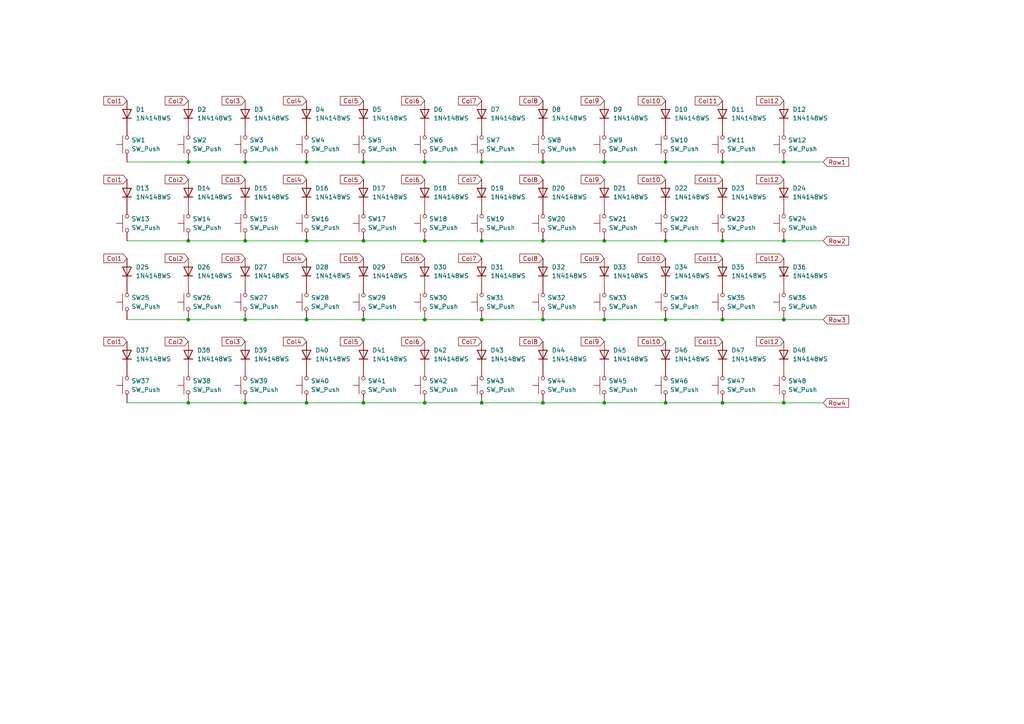
<source format=kicad_sch>
(kicad_sch (version 20250114) (generator "eeschema") (generator_version "9.0")
  (paper "A4")
  (lib_symbols
    (symbol "Diode:1N4148WS" (pin_numbers (hide yes)) (pin_names (hide yes))
      (property "Reference" "D" (at 0 2.54 0))
      (property "Value" "1N4148WS" (at 0 -2.54 0))
      (symbol "1N4148WS_0_1"
        (polyline (pts (xy -1.27 1.27) (xy -1.27 -1.27)) (stroke (width 0.254)))
        (polyline (pts (xy 1.27 1.27) (xy 1.27 -1.27) (xy -1.27 0) (xy 1.27 1.27)) (stroke (width 0.254)))
        (polyline (pts (xy 1.27 0) (xy -1.27 0)))
      )
      (symbol "1N4148WS_1_1"
        (pin passive line (at -3.81 0 0) (length 2.54) (name "K") (number "1"))
        (pin passive line (at 3.81 0 180) (length 2.54) (name "A") (number "2"))
      )
    )
    (symbol "Switch:SW_Push" (pin_numbers (hide yes)) (pin_names (offset 1.016) (hide yes))
      (property "Reference" "SW" (at 1.27 2.54 0))
      (property "Value" "SW_Push" (at 0 -1.524 0))
      (symbol "SW_Push_0_1"
        (circle (center -2.032 0) (radius 0.508))
        (polyline (pts (xy 0 1.27) (xy 0 3.048)))
        (circle (center 2.032 0) (radius 0.508))
        (polyline (pts (xy 2.54 1.27) (xy -2.54 1.27)))
        (pin passive line (at -5.08 0 0) (length 2.54) (name "1") (number "1"))
        (pin passive line (at 5.08 0 180) (length 2.54) (name "2") (number "2"))
      )
    )
  )
  (junction (at 193.04 69.85))
  (junction (at 139.7 116.84))
  (junction (at 54.61 69.85))
  (junction (at 71.12 92.71))
  (junction (at 71.12 46.99))
  (junction (at 193.04 116.84))
  (junction (at 54.61 116.84))
  (junction (at 157.48 69.85))
  (junction (at 88.9 116.84))
  (junction (at 193.04 92.71))
  (junction (at 71.12 116.84))
  (junction (at 175.26 116.84))
  (junction (at 139.7 46.99))
  (junction (at 227.33 92.71))
  (junction (at 105.41 92.71))
  (junction (at 157.48 92.71))
  (junction (at 175.26 69.85))
  (junction (at 157.48 46.99))
  (junction (at 123.19 69.85))
  (junction (at 123.19 116.84))
  (junction (at 175.26 92.71))
  (junction (at 54.61 46.99))
  (junction (at 139.7 69.85))
  (junction (at 209.55 46.99))
  (junction (at 175.26 46.99))
  (junction (at 54.61 92.71))
  (junction (at 227.33 116.84))
  (junction (at 209.55 92.71))
  (junction (at 88.9 92.71))
  (junction (at 105.41 116.84))
  (junction (at 193.04 46.99))
  (junction (at 209.55 69.85))
  (junction (at 123.19 46.99))
  (junction (at 105.41 69.85))
  (junction (at 105.41 46.99))
  (junction (at 139.7 92.71))
  (junction (at 227.33 46.99))
  (junction (at 227.33 69.85))
  (junction (at 209.55 116.84))
  (junction (at 88.9 46.99))
  (junction (at 123.19 92.71))
  (junction (at 88.9 69.85))
  (junction (at 71.12 69.85))
  (junction (at 157.48 116.84))
  (wire (pts (xy 105.41 92.71) (xy 123.19 92.71)))
  (wire (pts (xy 193.04 92.71) (xy 209.55 92.71)))
  (wire (pts (xy 105.41 46.99) (xy 123.19 46.99)))
  (wire (pts (xy 71.12 116.84) (xy 88.9 116.84)))
  (wire (pts (xy 139.7 69.85) (xy 157.48 69.85)))
  (wire (pts (xy 123.19 69.85) (xy 139.7 69.85)))
  (wire (pts (xy 123.19 46.99) (xy 139.7 46.99)))
  (wire (pts (xy 71.12 46.99) (xy 88.9 46.99)))
  (wire (pts (xy 105.41 116.84) (xy 123.19 116.84)))
  (wire (pts (xy 71.12 69.85) (xy 88.9 69.85)))
  (wire (pts (xy 54.61 92.71) (xy 71.12 92.71)))
  (wire (pts (xy 88.9 116.84) (xy 105.41 116.84)))
  (wire (pts (xy 193.04 116.84) (xy 209.55 116.84)))
  (wire (pts (xy 123.19 116.84) (xy 139.7 116.84)))
  (wire (pts (xy 193.04 46.99) (xy 209.55 46.99)))
  (wire (pts (xy 227.33 116.84) (xy 238.76 116.84)))
  (wire (pts (xy 157.48 46.99) (xy 175.26 46.99)))
  (wire (pts (xy 157.48 116.84) (xy 175.26 116.84)))
  (wire (pts (xy 193.04 69.85) (xy 209.55 69.85)))
  (wire (pts (xy 36.83 116.84) (xy 54.61 116.84)))
  (wire (pts (xy 175.26 69.85) (xy 193.04 69.85)))
  (wire (pts (xy 36.83 69.85) (xy 54.61 69.85)))
  (wire (pts (xy 139.7 116.84) (xy 157.48 116.84)))
  (wire (pts (xy 209.55 116.84) (xy 227.33 116.84)))
  (wire (pts (xy 139.7 46.99) (xy 157.48 46.99)))
  (wire (pts (xy 227.33 46.99) (xy 238.76 46.99)))
  (wire (pts (xy 105.41 69.85) (xy 123.19 69.85)))
  (wire (pts (xy 88.9 92.71) (xy 105.41 92.71)))
  (wire (pts (xy 54.61 69.85) (xy 71.12 69.85)))
  (wire (pts (xy 157.48 92.71) (xy 175.26 92.71)))
  (wire (pts (xy 209.55 69.85) (xy 227.33 69.85)))
  (wire (pts (xy 54.61 116.84) (xy 71.12 116.84)))
  (wire (pts (xy 139.7 92.71) (xy 157.48 92.71)))
  (wire (pts (xy 71.12 92.71) (xy 88.9 92.71)))
  (wire (pts (xy 227.33 69.85) (xy 238.76 69.85)))
  (wire (pts (xy 88.9 69.85) (xy 105.41 69.85)))
  (wire (pts (xy 54.61 46.99) (xy 71.12 46.99)))
  (wire (pts (xy 123.19 92.71) (xy 139.7 92.71)))
  (wire (pts (xy 36.83 92.71) (xy 54.61 92.71)))
  (wire (pts (xy 175.26 116.84) (xy 193.04 116.84)))
  (wire (pts (xy 175.26 46.99) (xy 193.04 46.99)))
  (wire (pts (xy 209.55 92.71) (xy 227.33 92.71)))
  (wire (pts (xy 227.33 92.71) (xy 238.76 92.71)))
  (wire (pts (xy 157.48 69.85) (xy 175.26 69.85)))
  (wire (pts (xy 36.83 46.99) (xy 54.61 46.99)))
  (wire (pts (xy 175.26 92.71) (xy 193.04 92.71)))
  (wire (pts (xy 209.55 46.99) (xy 227.33 46.99)))
  (wire (pts (xy 88.9 46.99) (xy 105.41 46.99)))
  (global_label "Col7" (shape input) (at 139.7 52.07 180) (property "Intersheetrefs" "${INTERSHEET_REFS}" (effects (hide yes))))
  (global_label "Col1" (shape input) (at 36.83 29.21 180) (property "Intersheetrefs" "${INTERSHEET_REFS}" (effects (hide yes))))
  (global_label "Row4" (shape input) (at 238.76 116.84 0) (property "Intersheetrefs" "${INTERSHEET_REFS}" (effects (hide yes))))
  (global_label "Col5" (shape input) (at 105.41 29.21 180) (property "Intersheetrefs" "${INTERSHEET_REFS}" (effects (hide yes))))
  (global_label "Col6" (shape input) (at 123.19 99.06 180) (property "Intersheetrefs" "${INTERSHEET_REFS}" (effects (hide yes))))
  (global_label "Col9" (shape input) (at 175.26 74.93 180) (property "Intersheetrefs" "${INTERSHEET_REFS}" (effects (hide yes))))
  (global_label "Col5" (shape input) (at 105.41 52.07 180) (property "Intersheetrefs" "${INTERSHEET_REFS}" (effects (hide yes))))
  (global_label "Row1" (shape input) (at 238.76 46.99 0) (property "Intersheetrefs" "${INTERSHEET_REFS}" (effects (hide yes))))
  (global_label "Col10" (shape input) (at 193.04 99.06 180) (property "Intersheetrefs" "${INTERSHEET_REFS}" (effects (hide yes))))
  (global_label "Col8" (shape input) (at 157.48 74.93 180) (property "Intersheetrefs" "${INTERSHEET_REFS}" (effects (hide yes))))
  (global_label "Col4" (shape input) (at 88.9 52.07 180) (property "Intersheetrefs" "${INTERSHEET_REFS}" (effects (hide yes))))
  (global_label "Col3" (shape input) (at 71.12 99.06 180) (property "Intersheetrefs" "${INTERSHEET_REFS}" (effects (hide yes))))
  (global_label "Col2" (shape input) (at 54.61 99.06 180) (property "Intersheetrefs" "${INTERSHEET_REFS}" (effects (hide yes))))
  (global_label "Col3" (shape input) (at 71.12 74.93 180) (property "Intersheetrefs" "${INTERSHEET_REFS}" (effects (hide yes))))
  (global_label "Col7" (shape input) (at 139.7 29.21 180) (property "Intersheetrefs" "${INTERSHEET_REFS}" (effects (hide yes))))
  (global_label "Col9" (shape input) (at 175.26 52.07 180) (property "Intersheetrefs" "${INTERSHEET_REFS}" (effects (hide yes))))
  (global_label "Col2" (shape input) (at 54.61 74.93 180) (property "Intersheetrefs" "${INTERSHEET_REFS}" (effects (hide yes))))
  (global_label "Col12" (shape input) (at 227.33 74.93 180) (property "Intersheetrefs" "${INTERSHEET_REFS}" (effects (hide yes))))
  (global_label "Col7" (shape input) (at 139.7 74.93 180) (property "Intersheetrefs" "${INTERSHEET_REFS}" (effects (hide yes))))
  (global_label "Col7" (shape input) (at 139.7 99.06 180) (property "Intersheetrefs" "${INTERSHEET_REFS}" (effects (hide yes))))
  (global_label "Col4" (shape input) (at 88.9 99.06 180) (property "Intersheetrefs" "${INTERSHEET_REFS}" (effects (hide yes))))
  (global_label "Col1" (shape input) (at 36.83 99.06 180) (property "Intersheetrefs" "${INTERSHEET_REFS}" (effects (hide yes))))
  (global_label "Col11" (shape input) (at 209.55 74.93 180) (property "Intersheetrefs" "${INTERSHEET_REFS}" (effects (hide yes))))
  (global_label "Col3" (shape input) (at 71.12 52.07 180) (property "Intersheetrefs" "${INTERSHEET_REFS}" (effects (hide yes))))
  (global_label "Col11" (shape input) (at 209.55 52.07 180) (property "Intersheetrefs" "${INTERSHEET_REFS}" (effects (hide yes))))
  (global_label "Col10" (shape input) (at 193.04 52.07 180) (property "Intersheetrefs" "${INTERSHEET_REFS}" (effects (hide yes))))
  (global_label "Col10" (shape input) (at 193.04 29.21 180) (property "Intersheetrefs" "${INTERSHEET_REFS}" (effects (hide yes))))
  (global_label "Col10" (shape input) (at 193.04 74.93 180) (property "Intersheetrefs" "${INTERSHEET_REFS}" (effects (hide yes))))
  (global_label "Col12" (shape input) (at 227.33 29.21 180) (property "Intersheetrefs" "${INTERSHEET_REFS}" (effects (hide yes))))
  (global_label "Col5" (shape input) (at 105.41 74.93 180) (property "Intersheetrefs" "${INTERSHEET_REFS}" (effects (hide yes))))
  (global_label "Col1" (shape input) (at 36.83 52.07 180) (property "Intersheetrefs" "${INTERSHEET_REFS}" (effects (hide yes))))
  (global_label "Col12" (shape input) (at 227.33 99.06 180) (property "Intersheetrefs" "${INTERSHEET_REFS}" (effects (hide yes))))
  (global_label "Col6" (shape input) (at 123.19 29.21 180) (property "Intersheetrefs" "${INTERSHEET_REFS}" (effects (hide yes))))
  (global_label "Row2" (shape input) (at 238.76 69.85 0) (property "Intersheetrefs" "${INTERSHEET_REFS}" (effects (hide yes))))
  (global_label "Col12" (shape input) (at 227.33 52.07 180) (property "Intersheetrefs" "${INTERSHEET_REFS}" (effects (hide yes))))
  (global_label "Row3" (shape input) (at 238.76 92.71 0) (property "Intersheetrefs" "${INTERSHEET_REFS}" (effects (hide yes))))
  (global_label "Col2" (shape input) (at 54.61 29.21 180) (property "Intersheetrefs" "${INTERSHEET_REFS}" (effects (hide yes))))
  (global_label "Col9" (shape input) (at 175.26 99.06 180) (property "Intersheetrefs" "${INTERSHEET_REFS}" (effects (hide yes))))
  (global_label "Col8" (shape input) (at 157.48 52.07 180) (property "Intersheetrefs" "${INTERSHEET_REFS}" (effects (hide yes))))
  (global_label "Col1" (shape input) (at 36.83 74.93 180) (property "Intersheetrefs" "${INTERSHEET_REFS}" (effects (hide yes))))
  (global_label "Col6" (shape input) (at 123.19 74.93 180) (property "Intersheetrefs" "${INTERSHEET_REFS}" (effects (hide yes))))
  (global_label "Col11" (shape input) (at 209.55 29.21 180) (property "Intersheetrefs" "${INTERSHEET_REFS}" (effects (hide yes))))
  (global_label "Col8" (shape input) (at 157.48 29.21 180) (property "Intersheetrefs" "${INTERSHEET_REFS}" (effects (hide yes))))
  (global_label "Col9" (shape input) (at 175.26 29.21 180) (property "Intersheetrefs" "${INTERSHEET_REFS}" (effects (hide yes))))
  (global_label "Col11" (shape input) (at 209.55 99.06 180) (property "Intersheetrefs" "${INTERSHEET_REFS}" (effects (hide yes))))
  (global_label "Col5" (shape input) (at 105.41 99.06 180) (property "Intersheetrefs" "${INTERSHEET_REFS}" (effects (hide yes))))
  (global_label "Col6" (shape input) (at 123.19 52.07 180) (property "Intersheetrefs" "${INTERSHEET_REFS}" (effects (hide yes))))
  (global_label "Col4" (shape input) (at 88.9 74.93 180) (property "Intersheetrefs" "${INTERSHEET_REFS}" (effects (hide yes))))
  (global_label "Col4" (shape input) (at 88.9 29.21 180) (property "Intersheetrefs" "${INTERSHEET_REFS}" (effects (hide yes))))
  (global_label "Col8" (shape input) (at 157.48 99.06 180) (property "Intersheetrefs" "${INTERSHEET_REFS}" (effects (hide yes))))
  (global_label "Col2" (shape input) (at 54.61 52.07 180) (property "Intersheetrefs" "${INTERSHEET_REFS}" (effects (hide yes))))
  (global_label "Col3" (shape input) (at 71.12 29.21 180) (property "Intersheetrefs" "${INTERSHEET_REFS}" (effects (hide yes))))
  (symbol (lib_id "Diode:1N4148WS") (at 157.48 33.02 90) (unit 1)
    (property "Reference" "D8" (at 160.02 31.7499 90) (effects (justify right)))
    (property "Value" "1N4148WS" (at 160.02 34.2899 90) (effects (justify right)))
    (property "Footprint" "Diode_SMD:D_SOD-323_HandSoldering" (effects (hide yes)))
    (property "Datasheet" "https://www.vishay.com/docs/85751/1n4148ws.pdf" (effects (hide yes)))
    (property "Description" "75V 0.15A Fast switching Diode, SOD-323" (effects (hide yes)))
    (property "Sim.Device" "D" (effects (hide yes)))
    (property "Sim.Pins" "1=K 2=A" (effects (hide yes)))
  )
  (symbol (lib_id "Diode:1N4148WS") (at 105.41 102.87 90) (unit 1)
    (property "Reference" "D41" (at 107.95 101.5999 90) (effects (justify right)))
    (property "Value" "1N4148WS" (at 107.95 104.1399 90) (effects (justify right)))
    (property "Footprint" "Diode_SMD:D_SOD-323_HandSoldering" (effects (hide yes)))
    (property "Datasheet" "https://www.vishay.com/docs/85751/1n4148ws.pdf" (effects (hide yes)))
    (property "Description" "75V 0.15A Fast switching Diode, SOD-323" (effects (hide yes)))
    (property "Sim.Device" "D" (effects (hide yes)))
    (property "Sim.Pins" "1=K 2=A" (effects (hide yes)))
  )
  (symbol (lib_id "Switch:SW_Push") (at 193.04 64.77 90) (unit 1)
    (property "Reference" "SW22" (at 194.31 63.4999 90) (effects (justify right)))
    (property "Value" "SW_Push" (at 194.31 66.0399 90) (effects (justify right)))
    (property "Footprint" "PCM_Switch_Keyboard_Kailh:SW_Kailh_Choc_V2" (effects (hide yes)))
    (property "Description" "Push button switch, generic, two pins" (effects (hide yes)))
  )
  (symbol (lib_id "Switch:SW_Push") (at 36.83 64.77 90) (unit 1)
    (property "Reference" "SW13" (at 38.1 63.4999 90) (effects (justify right)))
    (property "Value" "SW_Push" (at 38.1 66.0399 90) (effects (justify right)))
    (property "Footprint" "PCM_Switch_Keyboard_Kailh:SW_Kailh_Choc_V2" (effects (hide yes)))
    (property "Description" "Push button switch, generic, two pins" (effects (hide yes)))
  )
  (symbol (lib_id "Diode:1N4148WS") (at 105.41 78.74 90) (unit 1)
    (property "Reference" "D29" (at 107.95 77.4699 90) (effects (justify right)))
    (property "Value" "1N4148WS" (at 107.95 80.0099 90) (effects (justify right)))
    (property "Footprint" "Diode_SMD:D_SOD-323_HandSoldering" (effects (hide yes)))
    (property "Datasheet" "https://www.vishay.com/docs/85751/1n4148ws.pdf" (effects (hide yes)))
    (property "Description" "75V 0.15A Fast switching Diode, SOD-323" (effects (hide yes)))
    (property "Sim.Device" "D" (effects (hide yes)))
    (property "Sim.Pins" "1=K 2=A" (effects (hide yes)))
  )
  (symbol (lib_id "Diode:1N4148WS") (at 54.61 55.88 90) (unit 1)
    (property "Reference" "D14" (at 57.15 54.6099 90) (effects (justify right)))
    (property "Value" "1N4148WS" (at 57.15 57.1499 90) (effects (justify right)))
    (property "Footprint" "Diode_SMD:D_SOD-323_HandSoldering" (effects (hide yes)))
    (property "Datasheet" "https://www.vishay.com/docs/85751/1n4148ws.pdf" (effects (hide yes)))
    (property "Description" "75V 0.15A Fast switching Diode, SOD-323" (effects (hide yes)))
    (property "Sim.Device" "D" (effects (hide yes)))
    (property "Sim.Pins" "1=K 2=A" (effects (hide yes)))
  )
  (symbol (lib_id "Switch:SW_Push") (at 193.04 87.63 90) (unit 1)
    (property "Reference" "SW34" (at 194.31 86.3599 90) (effects (justify right)))
    (property "Value" "SW_Push" (at 194.31 88.8999 90) (effects (justify right)))
    (property "Footprint" "PCM_Switch_Keyboard_Kailh:SW_Kailh_Choc_V2" (effects (hide yes)))
    (property "Description" "Push button switch, generic, two pins" (effects (hide yes)))
  )
  (symbol (lib_id "Switch:SW_Push") (at 71.12 64.77 90) (unit 1)
    (property "Reference" "SW15" (at 72.39 63.4999 90) (effects (justify right)))
    (property "Value" "SW_Push" (at 72.39 66.0399 90) (effects (justify right)))
    (property "Footprint" "PCM_Switch_Keyboard_Kailh:SW_Kailh_Choc_V2" (effects (hide yes)))
    (property "Description" "Push button switch, generic, two pins" (effects (hide yes)))
  )
  (symbol (lib_id "Diode:1N4148WS") (at 209.55 102.87 90) (unit 1)
    (property "Reference" "D47" (at 212.09 101.5999 90) (effects (justify right)))
    (property "Value" "1N4148WS" (at 212.09 104.1399 90) (effects (justify right)))
    (property "Footprint" "Diode_SMD:D_SOD-323_HandSoldering" (effects (hide yes)))
    (property "Datasheet" "https://www.vishay.com/docs/85751/1n4148ws.pdf" (effects (hide yes)))
    (property "Description" "75V 0.15A Fast switching Diode, SOD-323" (effects (hide yes)))
    (property "Sim.Device" "D" (effects (hide yes)))
    (property "Sim.Pins" "1=K 2=A" (effects (hide yes)))
  )
  (symbol (lib_id "Switch:SW_Push") (at 54.61 111.76 90) (unit 1)
    (property "Reference" "SW38" (at 55.88 110.4899 90) (effects (justify right)))
    (property "Value" "SW_Push" (at 55.88 113.0299 90) (effects (justify right)))
    (property "Footprint" "PCM_Switch_Keyboard_Kailh:SW_Kailh_Choc_V2" (effects (hide yes)))
    (property "Description" "Push button switch, generic, two pins" (effects (hide yes)))
  )
  (symbol (lib_id "Switch:SW_Push") (at 71.12 111.76 90) (unit 1)
    (property "Reference" "SW39" (at 72.39 110.4899 90) (effects (justify right)))
    (property "Value" "SW_Push" (at 72.39 113.0299 90) (effects (justify right)))
    (property "Footprint" "PCM_Switch_Keyboard_Kailh:SW_Kailh_Choc_V2" (effects (hide yes)))
    (property "Description" "Push button switch, generic, two pins" (effects (hide yes)))
  )
  (symbol (lib_id "Diode:1N4148WS") (at 193.04 55.88 90) (unit 1)
    (property "Reference" "D22" (at 195.58 54.6099 90) (effects (justify right)))
    (property "Value" "1N4148WS" (at 195.58 57.1499 90) (effects (justify right)))
    (property "Footprint" "Diode_SMD:D_SOD-323_HandSoldering" (effects (hide yes)))
    (property "Datasheet" "https://www.vishay.com/docs/85751/1n4148ws.pdf" (effects (hide yes)))
    (property "Description" "75V 0.15A Fast switching Diode, SOD-323" (effects (hide yes)))
    (property "Sim.Device" "D" (effects (hide yes)))
    (property "Sim.Pins" "1=K 2=A" (effects (hide yes)))
  )
  (symbol (lib_id "Switch:SW_Push") (at 157.48 41.91 90) (unit 1)
    (property "Reference" "SW8" (at 158.75 40.6399 90) (effects (justify right)))
    (property "Value" "SW_Push" (at 158.75 43.1799 90) (effects (justify right)))
    (property "Footprint" "PCM_Switch_Keyboard_Kailh:SW_Kailh_Choc_V2" (effects (hide yes)))
    (property "Description" "Push button switch, generic, two pins" (effects (hide yes)))
  )
  (symbol (lib_id "Switch:SW_Push") (at 123.19 111.76 90) (unit 1)
    (property "Reference" "SW42" (at 124.46 110.4899 90) (effects (justify right)))
    (property "Value" "SW_Push" (at 124.46 113.0299 90) (effects (justify right)))
    (property "Footprint" "PCM_Switch_Keyboard_Kailh:SW_Kailh_Choc_V2" (effects (hide yes)))
    (property "Description" "Push button switch, generic, two pins" (effects (hide yes)))
  )
  (symbol (lib_id "Switch:SW_Push") (at 227.33 64.77 90) (unit 1)
    (property "Reference" "SW24" (at 228.6 63.4999 90) (effects (justify right)))
    (property "Value" "SW_Push" (at 228.6 66.0399 90) (effects (justify right)))
    (property "Footprint" "PCM_Switch_Keyboard_Kailh:SW_Kailh_Choc_V2" (effects (hide yes)))
    (property "Description" "Push button switch, generic, two pins" (effects (hide yes)))
  )
  (symbol (lib_id "Switch:SW_Push") (at 139.7 111.76 90) (unit 1)
    (property "Reference" "SW43" (at 140.97 110.4899 90) (effects (justify right)))
    (property "Value" "SW_Push" (at 140.97 113.0299 90) (effects (justify right)))
    (property "Footprint" "PCM_Switch_Keyboard_Kailh:SW_Kailh_Choc_V2" (effects (hide yes)))
    (property "Description" "Push button switch, generic, two pins" (effects (hide yes)))
  )
  (symbol (lib_id "Diode:1N4148WS") (at 71.12 102.87 90) (unit 1)
    (property "Reference" "D39" (at 73.66 101.5999 90) (effects (justify right)))
    (property "Value" "1N4148WS" (at 73.66 104.1399 90) (effects (justify right)))
    (property "Footprint" "Diode_SMD:D_SOD-323_HandSoldering" (effects (hide yes)))
    (property "Datasheet" "https://www.vishay.com/docs/85751/1n4148ws.pdf" (effects (hide yes)))
    (property "Description" "75V 0.15A Fast switching Diode, SOD-323" (effects (hide yes)))
    (property "Sim.Device" "D" (effects (hide yes)))
    (property "Sim.Pins" "1=K 2=A" (effects (hide yes)))
  )
  (symbol (lib_id "Diode:1N4148WS") (at 88.9 55.88 90) (unit 1)
    (property "Reference" "D16" (at 91.44 54.6099 90) (effects (justify right)))
    (property "Value" "1N4148WS" (at 91.44 57.1499 90) (effects (justify right)))
    (property "Footprint" "Diode_SMD:D_SOD-323_HandSoldering" (effects (hide yes)))
    (property "Datasheet" "https://www.vishay.com/docs/85751/1n4148ws.pdf" (effects (hide yes)))
    (property "Description" "75V 0.15A Fast switching Diode, SOD-323" (effects (hide yes)))
    (property "Sim.Device" "D" (effects (hide yes)))
    (property "Sim.Pins" "1=K 2=A" (effects (hide yes)))
  )
  (symbol (lib_id "Diode:1N4148WS") (at 139.7 55.88 90) (unit 1)
    (property "Reference" "D19" (at 142.24 54.6099 90) (effects (justify right)))
    (property "Value" "1N4148WS" (at 142.24 57.1499 90) (effects (justify right)))
    (property "Footprint" "Diode_SMD:D_SOD-323_HandSoldering" (effects (hide yes)))
    (property "Datasheet" "https://www.vishay.com/docs/85751/1n4148ws.pdf" (effects (hide yes)))
    (property "Description" "75V 0.15A Fast switching Diode, SOD-323" (effects (hide yes)))
    (property "Sim.Device" "D" (effects (hide yes)))
    (property "Sim.Pins" "1=K 2=A" (effects (hide yes)))
  )
  (symbol (lib_id "Switch:SW_Push") (at 175.26 64.77 90) (unit 1)
    (property "Reference" "SW21" (at 176.53 63.4999 90) (effects (justify right)))
    (property "Value" "SW_Push" (at 176.53 66.0399 90) (effects (justify right)))
    (property "Footprint" "PCM_Switch_Keyboard_Kailh:SW_Kailh_Choc_V2" (effects (hide yes)))
    (property "Description" "Push button switch, generic, two pins" (effects (hide yes)))
  )
  (symbol (lib_id "Switch:SW_Push") (at 88.9 111.76 90) (unit 1)
    (property "Reference" "SW40" (at 90.17 110.4899 90) (effects (justify right)))
    (property "Value" "SW_Push" (at 90.17 113.0299 90) (effects (justify right)))
    (property "Footprint" "PCM_Switch_Keyboard_Kailh:SW_Kailh_Choc_V2" (effects (hide yes)))
    (property "Description" "Push button switch, generic, two pins" (effects (hide yes)))
  )
  (symbol (lib_id "Switch:SW_Push") (at 193.04 111.76 90) (unit 1)
    (property "Reference" "SW46" (at 194.31 110.4899 90) (effects (justify right)))
    (property "Value" "SW_Push" (at 194.31 113.0299 90) (effects (justify right)))
    (property "Footprint" "PCM_Switch_Keyboard_Kailh:SW_Kailh_Choc_V2" (effects (hide yes)))
    (property "Description" "Push button switch, generic, two pins" (effects (hide yes)))
  )
  (symbol (lib_id "Diode:1N4148WS") (at 123.19 33.02 90) (unit 1)
    (property "Reference" "D6" (at 125.73 31.7499 90) (effects (justify right)))
    (property "Value" "1N4148WS" (at 125.73 34.2899 90) (effects (justify right)))
    (property "Footprint" "Diode_SMD:D_SOD-323_HandSoldering" (effects (hide yes)))
    (property "Datasheet" "https://www.vishay.com/docs/85751/1n4148ws.pdf" (effects (hide yes)))
    (property "Description" "75V 0.15A Fast switching Diode, SOD-323" (effects (hide yes)))
    (property "Sim.Device" "D" (effects (hide yes)))
    (property "Sim.Pins" "1=K 2=A" (effects (hide yes)))
  )
  (symbol (lib_id "Switch:SW_Push") (at 175.26 87.63 90) (unit 1)
    (property "Reference" "SW33" (at 176.53 86.3599 90) (effects (justify right)))
    (property "Value" "SW_Push" (at 176.53 88.8999 90) (effects (justify right)))
    (property "Footprint" "PCM_Switch_Keyboard_Kailh:SW_Kailh_Choc_V2" (effects (hide yes)))
    (property "Description" "Push button switch, generic, two pins" (effects (hide yes)))
  )
  (symbol (lib_id "Diode:1N4148WS") (at 71.12 33.02 90) (unit 1)
    (property "Reference" "D3" (at 73.66 31.7499 90) (effects (justify right)))
    (property "Value" "1N4148WS" (at 73.66 34.2899 90) (effects (justify right)))
    (property "Footprint" "Diode_SMD:D_SOD-323_HandSoldering" (effects (hide yes)))
    (property "Datasheet" "https://www.vishay.com/docs/85751/1n4148ws.pdf" (effects (hide yes)))
    (property "Description" "75V 0.15A Fast switching Diode, SOD-323" (effects (hide yes)))
    (property "Sim.Device" "D" (effects (hide yes)))
    (property "Sim.Pins" "1=K 2=A" (effects (hide yes)))
  )
  (symbol (lib_id "Switch:SW_Push") (at 123.19 64.77 90) (unit 1)
    (property "Reference" "SW18" (at 124.46 63.4999 90) (effects (justify right)))
    (property "Value" "SW_Push" (at 124.46 66.0399 90) (effects (justify right)))
    (property "Footprint" "PCM_Switch_Keyboard_Kailh:SW_Kailh_Choc_V2" (effects (hide yes)))
    (property "Description" "Push button switch, generic, two pins" (effects (hide yes)))
  )
  (symbol (lib_id "Diode:1N4148WS") (at 139.7 33.02 90) (unit 1)
    (property "Reference" "D7" (at 142.24 31.7499 90) (effects (justify right)))
    (property "Value" "1N4148WS" (at 142.24 34.2899 90) (effects (justify right)))
    (property "Footprint" "Diode_SMD:D_SOD-323_HandSoldering" (effects (hide yes)))
    (property "Datasheet" "https://www.vishay.com/docs/85751/1n4148ws.pdf" (effects (hide yes)))
    (property "Description" "75V 0.15A Fast switching Diode, SOD-323" (effects (hide yes)))
    (property "Sim.Device" "D" (effects (hide yes)))
    (property "Sim.Pins" "1=K 2=A" (effects (hide yes)))
  )
  (symbol (lib_id "Diode:1N4148WS") (at 71.12 78.74 90) (unit 1)
    (property "Reference" "D27" (at 73.66 77.4699 90) (effects (justify right)))
    (property "Value" "1N4148WS" (at 73.66 80.0099 90) (effects (justify right)))
    (property "Footprint" "Diode_SMD:D_SOD-323_HandSoldering" (effects (hide yes)))
    (property "Datasheet" "https://www.vishay.com/docs/85751/1n4148ws.pdf" (effects (hide yes)))
    (property "Description" "75V 0.15A Fast switching Diode, SOD-323" (effects (hide yes)))
    (property "Sim.Device" "D" (effects (hide yes)))
    (property "Sim.Pins" "1=K 2=A" (effects (hide yes)))
  )
  (symbol (lib_id "Switch:SW_Push") (at 105.41 111.76 90) (unit 1)
    (property "Reference" "SW41" (at 106.68 110.4899 90) (effects (justify right)))
    (property "Value" "SW_Push" (at 106.68 113.0299 90) (effects (justify right)))
    (property "Footprint" "PCM_Switch_Keyboard_Kailh:SW_Kailh_Choc_V2" (effects (hide yes)))
    (property "Description" "Push button switch, generic, two pins" (effects (hide yes)))
  )
  (symbol (lib_id "Diode:1N4148WS") (at 193.04 78.74 90) (unit 1)
    (property "Reference" "D34" (at 195.58 77.4699 90) (effects (justify right)))
    (property "Value" "1N4148WS" (at 195.58 80.0099 90) (effects (justify right)))
    (property "Footprint" "Diode_SMD:D_SOD-323_HandSoldering" (effects (hide yes)))
    (property "Datasheet" "https://www.vishay.com/docs/85751/1n4148ws.pdf" (effects (hide yes)))
    (property "Description" "75V 0.15A Fast switching Diode, SOD-323" (effects (hide yes)))
    (property "Sim.Device" "D" (effects (hide yes)))
    (property "Sim.Pins" "1=K 2=A" (effects (hide yes)))
  )
  (symbol (lib_id "Switch:SW_Push") (at 227.33 87.63 90) (unit 1)
    (property "Reference" "SW36" (at 228.6 86.3599 90) (effects (justify right)))
    (property "Value" "SW_Push" (at 228.6 88.8999 90) (effects (justify right)))
    (property "Footprint" "PCM_Switch_Keyboard_Kailh:SW_Kailh_Choc_V2" (effects (hide yes)))
    (property "Description" "Push button switch, generic, two pins" (effects (hide yes)))
  )
  (symbol (lib_id "Switch:SW_Push") (at 123.19 41.91 90) (unit 1)
    (property "Reference" "SW6" (at 124.46 40.6399 90) (effects (justify right)))
    (property "Value" "SW_Push" (at 124.46 43.1799 90) (effects (justify right)))
    (property "Footprint" "PCM_Switch_Keyboard_Kailh:SW_Kailh_Choc_V2" (effects (hide yes)))
    (property "Description" "Push button switch, generic, two pins" (effects (hide yes)))
  )
  (symbol (lib_id "Switch:SW_Push") (at 209.55 111.76 90) (unit 1)
    (property "Reference" "SW47" (at 210.82 110.4899 90) (effects (justify right)))
    (property "Value" "SW_Push" (at 210.82 113.0299 90) (effects (justify right)))
    (property "Footprint" "PCM_Switch_Keyboard_Kailh:SW_Kailh_Choc_V2" (effects (hide yes)))
    (property "Description" "Push button switch, generic, two pins" (effects (hide yes)))
  )
  (symbol (lib_id "Diode:1N4148WS") (at 157.48 78.74 90) (unit 1)
    (property "Reference" "D32" (at 160.02 77.4699 90) (effects (justify right)))
    (property "Value" "1N4148WS" (at 160.02 80.0099 90) (effects (justify right)))
    (property "Footprint" "Diode_SMD:D_SOD-323_HandSoldering" (effects (hide yes)))
    (property "Datasheet" "https://www.vishay.com/docs/85751/1n4148ws.pdf" (effects (hide yes)))
    (property "Description" "75V 0.15A Fast switching Diode, SOD-323" (effects (hide yes)))
    (property "Sim.Device" "D" (effects (hide yes)))
    (property "Sim.Pins" "1=K 2=A" (effects (hide yes)))
  )
  (symbol (lib_id "Switch:SW_Push") (at 71.12 41.91 90) (unit 1)
    (property "Reference" "SW3" (at 72.39 40.6399 90) (effects (justify right)))
    (property "Value" "SW_Push" (at 72.39 43.1799 90) (effects (justify right)))
    (property "Footprint" "PCM_Switch_Keyboard_Kailh:SW_Kailh_Choc_V2" (effects (hide yes)))
    (property "Description" "Push button switch, generic, two pins" (effects (hide yes)))
  )
  (symbol (lib_id "Switch:SW_Push") (at 139.7 87.63 90) (unit 1)
    (property "Reference" "SW31" (at 140.97 86.3599 90) (effects (justify right)))
    (property "Value" "SW_Push" (at 140.97 88.8999 90) (effects (justify right)))
    (property "Footprint" "PCM_Switch_Keyboard_Kailh:SW_Kailh_Choc_V2" (effects (hide yes)))
    (property "Description" "Push button switch, generic, two pins" (effects (hide yes)))
  )
  (symbol (lib_id "Switch:SW_Push") (at 54.61 41.91 90) (unit 1)
    (property "Reference" "SW2" (at 55.88 40.6399 90) (effects (justify right)))
    (property "Value" "SW_Push" (at 55.88 43.1799 90) (effects (justify right)))
    (property "Footprint" "PCM_Switch_Keyboard_Kailh:SW_Kailh_Choc_V2" (effects (hide yes)))
    (property "Description" "Push button switch, generic, two pins" (effects (hide yes)))
  )
  (symbol (lib_id "Diode:1N4148WS") (at 175.26 78.74 90) (unit 1)
    (property "Reference" "D33" (at 177.8 77.4699 90) (effects (justify right)))
    (property "Value" "1N4148WS" (at 177.8 80.0099 90) (effects (justify right)))
    (property "Footprint" "Diode_SMD:D_SOD-323_HandSoldering" (effects (hide yes)))
    (property "Datasheet" "https://www.vishay.com/docs/85751/1n4148ws.pdf" (effects (hide yes)))
    (property "Description" "75V 0.15A Fast switching Diode, SOD-323" (effects (hide yes)))
    (property "Sim.Device" "D" (effects (hide yes)))
    (property "Sim.Pins" "1=K 2=A" (effects (hide yes)))
  )
  (symbol (lib_id "Switch:SW_Push") (at 88.9 64.77 90) (unit 1)
    (property "Reference" "SW16" (at 90.17 63.4999 90) (effects (justify right)))
    (property "Value" "SW_Push" (at 90.17 66.0399 90) (effects (justify right)))
    (property "Footprint" "PCM_Switch_Keyboard_Kailh:SW_Kailh_Choc_V2" (effects (hide yes)))
    (property "Description" "Push button switch, generic, two pins" (effects (hide yes)))
  )
  (symbol (lib_id "Switch:SW_Push") (at 54.61 64.77 90) (unit 1)
    (property "Reference" "SW14" (at 55.88 63.4999 90) (effects (justify right)))
    (property "Value" "SW_Push" (at 55.88 66.0399 90) (effects (justify right)))
    (property "Footprint" "PCM_Switch_Keyboard_Kailh:SW_Kailh_Choc_V2" (effects (hide yes)))
    (property "Description" "Push button switch, generic, two pins" (effects (hide yes)))
  )
  (symbol (lib_id "Switch:SW_Push") (at 88.9 87.63 90) (unit 1)
    (property "Reference" "SW28" (at 90.17 86.3599 90) (effects (justify right)))
    (property "Value" "SW_Push" (at 90.17 88.8999 90) (effects (justify right)))
    (property "Footprint" "PCM_Switch_Keyboard_Kailh:SW_Kailh_Choc_V2" (effects (hide yes)))
    (property "Description" "Push button switch, generic, two pins" (effects (hide yes)))
  )
  (symbol (lib_id "Diode:1N4148WS") (at 227.33 33.02 90) (unit 1)
    (property "Reference" "D12" (at 229.87 31.7499 90) (effects (justify right)))
    (property "Value" "1N4148WS" (at 229.87 34.2899 90) (effects (justify right)))
    (property "Footprint" "Diode_SMD:D_SOD-323_HandSoldering" (effects (hide yes)))
    (property "Datasheet" "https://www.vishay.com/docs/85751/1n4148ws.pdf" (effects (hide yes)))
    (property "Description" "75V 0.15A Fast switching Diode, SOD-323" (effects (hide yes)))
    (property "Sim.Device" "D" (effects (hide yes)))
    (property "Sim.Pins" "1=K 2=A" (effects (hide yes)))
  )
  (symbol (lib_id "Diode:1N4148WS") (at 227.33 102.87 90) (unit 1)
    (property "Reference" "D48" (at 229.87 101.5999 90) (effects (justify right)))
    (property "Value" "1N4148WS" (at 229.87 104.1399 90) (effects (justify right)))
    (property "Footprint" "Diode_SMD:D_SOD-323_HandSoldering" (effects (hide yes)))
    (property "Datasheet" "https://www.vishay.com/docs/85751/1n4148ws.pdf" (effects (hide yes)))
    (property "Description" "75V 0.15A Fast switching Diode, SOD-323" (effects (hide yes)))
    (property "Sim.Device" "D" (effects (hide yes)))
    (property "Sim.Pins" "1=K 2=A" (effects (hide yes)))
  )
  (symbol (lib_id "Diode:1N4148WS") (at 54.61 78.74 90) (unit 1)
    (property "Reference" "D26" (at 57.15 77.4699 90) (effects (justify right)))
    (property "Value" "1N4148WS" (at 57.15 80.0099 90) (effects (justify right)))
    (property "Footprint" "Diode_SMD:D_SOD-323_HandSoldering" (effects (hide yes)))
    (property "Datasheet" "https://www.vishay.com/docs/85751/1n4148ws.pdf" (effects (hide yes)))
    (property "Description" "75V 0.15A Fast switching Diode, SOD-323" (effects (hide yes)))
    (property "Sim.Device" "D" (effects (hide yes)))
    (property "Sim.Pins" "1=K 2=A" (effects (hide yes)))
  )
  (symbol (lib_id "Diode:1N4148WS") (at 123.19 102.87 90) (unit 1)
    (property "Reference" "D42" (at 125.73 101.5999 90) (effects (justify right)))
    (property "Value" "1N4148WS" (at 125.73 104.1399 90) (effects (justify right)))
    (property "Footprint" "Diode_SMD:D_SOD-323_HandSoldering" (effects (hide yes)))
    (property "Datasheet" "https://www.vishay.com/docs/85751/1n4148ws.pdf" (effects (hide yes)))
    (property "Description" "75V 0.15A Fast switching Diode, SOD-323" (effects (hide yes)))
    (property "Sim.Device" "D" (effects (hide yes)))
    (property "Sim.Pins" "1=K 2=A" (effects (hide yes)))
  )
  (symbol (lib_id "Diode:1N4148WS") (at 175.26 55.88 90) (unit 1)
    (property "Reference" "D21" (at 177.8 54.6099 90) (effects (justify right)))
    (property "Value" "1N4148WS" (at 177.8 57.1499 90) (effects (justify right)))
    (property "Footprint" "Diode_SMD:D_SOD-323_HandSoldering" (effects (hide yes)))
    (property "Datasheet" "https://www.vishay.com/docs/85751/1n4148ws.pdf" (effects (hide yes)))
    (property "Description" "75V 0.15A Fast switching Diode, SOD-323" (effects (hide yes)))
    (property "Sim.Device" "D" (effects (hide yes)))
    (property "Sim.Pins" "1=K 2=A" (effects (hide yes)))
  )
  (symbol (lib_id "Switch:SW_Push") (at 36.83 41.91 90) (unit 1)
    (property "Reference" "SW1" (at 38.1 40.6399 90) (effects (justify right)))
    (property "Value" "SW_Push" (at 38.1 43.1799 90) (effects (justify right)))
    (property "Footprint" "PCM_Switch_Keyboard_Kailh:SW_Kailh_Choc_V2" (effects (hide yes)))
    (property "Description" "Push button switch, generic, two pins" (effects (hide yes)))
  )
  (symbol (lib_id "Diode:1N4148WS") (at 88.9 102.87 90) (unit 1)
    (property "Reference" "D40" (at 91.44 101.5999 90) (effects (justify right)))
    (property "Value" "1N4148WS" (at 91.44 104.1399 90) (effects (justify right)))
    (property "Footprint" "Diode_SMD:D_SOD-323_HandSoldering" (effects (hide yes)))
    (property "Datasheet" "https://www.vishay.com/docs/85751/1n4148ws.pdf" (effects (hide yes)))
    (property "Description" "75V 0.15A Fast switching Diode, SOD-323" (effects (hide yes)))
    (property "Sim.Device" "D" (effects (hide yes)))
    (property "Sim.Pins" "1=K 2=A" (effects (hide yes)))
  )
  (symbol (lib_id "Switch:SW_Push") (at 209.55 41.91 90) (unit 1)
    (property "Reference" "SW11" (at 210.82 40.6399 90) (effects (justify right)))
    (property "Value" "SW_Push" (at 210.82 43.1799 90) (effects (justify right)))
    (property "Footprint" "PCM_Switch_Keyboard_Kailh:SW_Kailh_Choc_V2" (effects (hide yes)))
    (property "Description" "Push button switch, generic, two pins" (effects (hide yes)))
  )
  (symbol (lib_id "Switch:SW_Push") (at 36.83 87.63 90) (unit 1)
    (property "Reference" "SW25" (at 38.1 86.3599 90) (effects (justify right)))
    (property "Value" "SW_Push" (at 38.1 88.8999 90) (effects (justify right)))
    (property "Footprint" "PCM_Switch_Keyboard_Kailh:SW_Kailh_Choc_V2" (effects (hide yes)))
    (property "Description" "Push button switch, generic, two pins" (effects (hide yes)))
  )
  (symbol (lib_id "Diode:1N4148WS") (at 139.7 78.74 90) (unit 1)
    (property "Reference" "D31" (at 142.24 77.4699 90) (effects (justify right)))
    (property "Value" "1N4148WS" (at 142.24 80.0099 90) (effects (justify right)))
    (property "Footprint" "Diode_SMD:D_SOD-323_HandSoldering" (effects (hide yes)))
    (property "Datasheet" "https://www.vishay.com/docs/85751/1n4148ws.pdf" (effects (hide yes)))
    (property "Description" "75V 0.15A Fast switching Diode, SOD-323" (effects (hide yes)))
    (property "Sim.Device" "D" (effects (hide yes)))
    (property "Sim.Pins" "1=K 2=A" (effects (hide yes)))
  )
  (symbol (lib_id "Diode:1N4148WS") (at 227.33 55.88 90) (unit 1)
    (property "Reference" "D24" (at 229.87 54.6099 90) (effects (justify right)))
    (property "Value" "1N4148WS" (at 229.87 57.1499 90) (effects (justify right)))
    (property "Footprint" "Diode_SMD:D_SOD-323_HandSoldering" (effects (hide yes)))
    (property "Datasheet" "https://www.vishay.com/docs/85751/1n4148ws.pdf" (effects (hide yes)))
    (property "Description" "75V 0.15A Fast switching Diode, SOD-323" (effects (hide yes)))
    (property "Sim.Device" "D" (effects (hide yes)))
    (property "Sim.Pins" "1=K 2=A" (effects (hide yes)))
  )
  (symbol (lib_id "Diode:1N4148WS") (at 139.7 102.87 90) (unit 1)
    (property "Reference" "D43" (at 142.24 101.5999 90) (effects (justify right)))
    (property "Value" "1N4148WS" (at 142.24 104.1399 90) (effects (justify right)))
    (property "Footprint" "Diode_SMD:D_SOD-323_HandSoldering" (effects (hide yes)))
    (property "Datasheet" "https://www.vishay.com/docs/85751/1n4148ws.pdf" (effects (hide yes)))
    (property "Description" "75V 0.15A Fast switching Diode, SOD-323" (effects (hide yes)))
    (property "Sim.Device" "D" (effects (hide yes)))
    (property "Sim.Pins" "1=K 2=A" (effects (hide yes)))
  )
  (symbol (lib_id "Diode:1N4148WS") (at 157.48 102.87 90) (unit 1)
    (property "Reference" "D44" (at 160.02 101.5999 90) (effects (justify right)))
    (property "Value" "1N4148WS" (at 160.02 104.1399 90) (effects (justify right)))
    (property "Footprint" "Diode_SMD:D_SOD-323_HandSoldering" (effects (hide yes)))
    (property "Datasheet" "https://www.vishay.com/docs/85751/1n4148ws.pdf" (effects (hide yes)))
    (property "Description" "75V 0.15A Fast switching Diode, SOD-323" (effects (hide yes)))
    (property "Sim.Device" "D" (effects (hide yes)))
    (property "Sim.Pins" "1=K 2=A" (effects (hide yes)))
  )
  (symbol (lib_id "Switch:SW_Push") (at 139.7 64.77 90) (unit 1)
    (property "Reference" "SW19" (at 140.97 63.4999 90) (effects (justify right)))
    (property "Value" "SW_Push" (at 140.97 66.0399 90) (effects (justify right)))
    (property "Footprint" "PCM_Switch_Keyboard_Kailh:SW_Kailh_Choc_V2" (effects (hide yes)))
    (property "Description" "Push button switch, generic, two pins" (effects (hide yes)))
  )
  (symbol (lib_id "Switch:SW_Push") (at 139.7 41.91 90) (unit 1)
    (property "Reference" "SW7" (at 140.97 40.6399 90) (effects (justify right)))
    (property "Value" "SW_Push" (at 140.97 43.1799 90) (effects (justify right)))
    (property "Footprint" "PCM_Switch_Keyboard_Kailh:SW_Kailh_Choc_V2" (effects (hide yes)))
    (property "Description" "Push button switch, generic, two pins" (effects (hide yes)))
  )
  (symbol (lib_id "Diode:1N4148WS") (at 157.48 55.88 90) (unit 1)
    (property "Reference" "D20" (at 160.02 54.6099 90) (effects (justify right)))
    (property "Value" "1N4148WS" (at 160.02 57.1499 90) (effects (justify right)))
    (property "Footprint" "Diode_SMD:D_SOD-323_HandSoldering" (effects (hide yes)))
    (property "Datasheet" "https://www.vishay.com/docs/85751/1n4148ws.pdf" (effects (hide yes)))
    (property "Description" "75V 0.15A Fast switching Diode, SOD-323" (effects (hide yes)))
    (property "Sim.Device" "D" (effects (hide yes)))
    (property "Sim.Pins" "1=K 2=A" (effects (hide yes)))
  )
  (symbol (lib_id "Switch:SW_Push") (at 209.55 64.77 90) (unit 1)
    (property "Reference" "SW23" (at 210.82 63.4999 90) (effects (justify right)))
    (property "Value" "SW_Push" (at 210.82 66.0399 90) (effects (justify right)))
    (property "Footprint" "PCM_Switch_Keyboard_Kailh:SW_Kailh_Choc_V2" (effects (hide yes)))
    (property "Description" "Push button switch, generic, two pins" (effects (hide yes)))
  )
  (symbol (lib_id "Diode:1N4148WS") (at 36.83 78.74 90) (unit 1)
    (property "Reference" "D25" (at 39.37 77.4699 90) (effects (justify right)))
    (property "Value" "1N4148WS" (at 39.37 80.0099 90) (effects (justify right)))
    (property "Footprint" "Diode_SMD:D_SOD-323_HandSoldering" (effects (hide yes)))
    (property "Datasheet" "https://www.vishay.com/docs/85751/1n4148ws.pdf" (effects (hide yes)))
    (property "Description" "75V 0.15A Fast switching Diode, SOD-323" (effects (hide yes)))
    (property "Sim.Device" "D" (effects (hide yes)))
    (property "Sim.Pins" "1=K 2=A" (effects (hide yes)))
  )
  (symbol (lib_id "Switch:SW_Push") (at 105.41 64.77 90) (unit 1)
    (property "Reference" "SW17" (at 106.68 63.4999 90) (effects (justify right)))
    (property "Value" "SW_Push" (at 106.68 66.0399 90) (effects (justify right)))
    (property "Footprint" "PCM_Switch_Keyboard_Kailh:SW_Kailh_Choc_V2" (effects (hide yes)))
    (property "Description" "Push button switch, generic, two pins" (effects (hide yes)))
  )
  (symbol (lib_id "Switch:SW_Push") (at 36.83 111.76 90) (unit 1)
    (property "Reference" "SW37" (at 38.1 110.4899 90) (effects (justify right)))
    (property "Value" "SW_Push" (at 38.1 113.0299 90) (effects (justify right)))
    (property "Footprint" "PCM_Switch_Keyboard_Kailh:SW_Kailh_Choc_V2" (effects (hide yes)))
    (property "Description" "Push button switch, generic, two pins" (effects (hide yes)))
  )
  (symbol (lib_id "Diode:1N4148WS") (at 88.9 78.74 90) (unit 1)
    (property "Reference" "D28" (at 91.44 77.4699 90) (effects (justify right)))
    (property "Value" "1N4148WS" (at 91.44 80.0099 90) (effects (justify right)))
    (property "Footprint" "Diode_SMD:D_SOD-323_HandSoldering" (effects (hide yes)))
    (property "Datasheet" "https://www.vishay.com/docs/85751/1n4148ws.pdf" (effects (hide yes)))
    (property "Description" "75V 0.15A Fast switching Diode, SOD-323" (effects (hide yes)))
    (property "Sim.Device" "D" (effects (hide yes)))
    (property "Sim.Pins" "1=K 2=A" (effects (hide yes)))
  )
  (symbol (lib_id "Switch:SW_Push") (at 175.26 41.91 90) (unit 1)
    (property "Reference" "SW9" (at 176.53 40.6399 90) (effects (justify right)))
    (property "Value" "SW_Push" (at 176.53 43.1799 90) (effects (justify right)))
    (property "Footprint" "PCM_Switch_Keyboard_Kailh:SW_Kailh_Choc_V2" (effects (hide yes)))
    (property "Description" "Push button switch, generic, two pins" (effects (hide yes)))
  )
  (symbol (lib_id "Switch:SW_Push") (at 193.04 41.91 90) (unit 1)
    (property "Reference" "SW10" (at 194.31 40.6399 90) (effects (justify right)))
    (property "Value" "SW_Push" (at 194.31 43.1799 90) (effects (justify right)))
    (property "Footprint" "PCM_Switch_Keyboard_Kailh:SW_Kailh_Choc_V2" (effects (hide yes)))
    (property "Description" "Push button switch, generic, two pins" (effects (hide yes)))
  )
  (symbol (lib_id "Diode:1N4148WS") (at 209.55 33.02 90) (unit 1)
    (property "Reference" "D11" (at 212.09 31.7499 90) (effects (justify right)))
    (property "Value" "1N4148WS" (at 212.09 34.2899 90) (effects (justify right)))
    (property "Footprint" "Diode_SMD:D_SOD-323_HandSoldering" (effects (hide yes)))
    (property "Datasheet" "https://www.vishay.com/docs/85751/1n4148ws.pdf" (effects (hide yes)))
    (property "Description" "75V 0.15A Fast switching Diode, SOD-323" (effects (hide yes)))
    (property "Sim.Device" "D" (effects (hide yes)))
    (property "Sim.Pins" "1=K 2=A" (effects (hide yes)))
  )
  (symbol (lib_id "Diode:1N4148WS") (at 123.19 55.88 90) (unit 1)
    (property "Reference" "D18" (at 125.73 54.6099 90) (effects (justify right)))
    (property "Value" "1N4148WS" (at 125.73 57.1499 90) (effects (justify right)))
    (property "Footprint" "Diode_SMD:D_SOD-323_HandSoldering" (effects (hide yes)))
    (property "Datasheet" "https://www.vishay.com/docs/85751/1n4148ws.pdf" (effects (hide yes)))
    (property "Description" "75V 0.15A Fast switching Diode, SOD-323" (effects (hide yes)))
    (property "Sim.Device" "D" (effects (hide yes)))
    (property "Sim.Pins" "1=K 2=A" (effects (hide yes)))
  )
  (symbol (lib_id "Diode:1N4148WS") (at 193.04 102.87 90) (unit 1)
    (property "Reference" "D46" (at 195.58 101.5999 90) (effects (justify right)))
    (property "Value" "1N4148WS" (at 195.58 104.1399 90) (effects (justify right)))
    (property "Footprint" "Diode_SMD:D_SOD-323_HandSoldering" (effects (hide yes)))
    (property "Datasheet" "https://www.vishay.com/docs/85751/1n4148ws.pdf" (effects (hide yes)))
    (property "Description" "75V 0.15A Fast switching Diode, SOD-323" (effects (hide yes)))
    (property "Sim.Device" "D" (effects (hide yes)))
    (property "Sim.Pins" "1=K 2=A" (effects (hide yes)))
  )
  (symbol (lib_id "Switch:SW_Push") (at 123.19 87.63 90) (unit 1)
    (property "Reference" "SW30" (at 124.46 86.3599 90) (effects (justify right)))
    (property "Value" "SW_Push" (at 124.46 88.8999 90) (effects (justify right)))
    (property "Footprint" "PCM_Switch_Keyboard_Kailh:SW_Kailh_Choc_V2" (effects (hide yes)))
    (property "Description" "Push button switch, generic, two pins" (effects (hide yes)))
  )
  (symbol (lib_id "Switch:SW_Push") (at 88.9 41.91 90) (unit 1)
    (property "Reference" "SW4" (at 90.17 40.6399 90) (effects (justify right)))
    (property "Value" "SW_Push" (at 90.17 43.1799 90) (effects (justify right)))
    (property "Footprint" "PCM_Switch_Keyboard_Kailh:SW_Kailh_Choc_V2" (effects (hide yes)))
    (property "Description" "Push button switch, generic, two pins" (effects (hide yes)))
  )
  (symbol (lib_id "Diode:1N4148WS") (at 193.04 33.02 90) (unit 1)
    (property "Reference" "D10" (at 195.58 31.7499 90) (effects (justify right)))
    (property "Value" "1N4148WS" (at 195.58 34.2899 90) (effects (justify right)))
    (property "Footprint" "Diode_SMD:D_SOD-323_HandSoldering" (effects (hide yes)))
    (property "Datasheet" "https://www.vishay.com/docs/85751/1n4148ws.pdf" (effects (hide yes)))
    (property "Description" "75V 0.15A Fast switching Diode, SOD-323" (effects (hide yes)))
    (property "Sim.Device" "D" (effects (hide yes)))
    (property "Sim.Pins" "1=K 2=A" (effects (hide yes)))
  )
  (symbol (lib_id "Diode:1N4148WS") (at 175.26 33.02 90) (unit 1)
    (property "Reference" "D9" (at 177.8 31.7499 90) (effects (justify right)))
    (property "Value" "1N4148WS" (at 177.8 34.2899 90) (effects (justify right)))
    (property "Footprint" "Diode_SMD:D_SOD-323_HandSoldering" (effects (hide yes)))
    (property "Datasheet" "https://www.vishay.com/docs/85751/1n4148ws.pdf" (effects (hide yes)))
    (property "Description" "75V 0.15A Fast switching Diode, SOD-323" (effects (hide yes)))
    (property "Sim.Device" "D" (effects (hide yes)))
    (property "Sim.Pins" "1=K 2=A" (effects (hide yes)))
  )
  (symbol (lib_id "Switch:SW_Push") (at 227.33 41.91 90) (unit 1)
    (property "Reference" "SW12" (at 228.6 40.6399 90) (effects (justify right)))
    (property "Value" "SW_Push" (at 228.6 43.1799 90) (effects (justify right)))
    (property "Footprint" "PCM_Switch_Keyboard_Kailh:SW_Kailh_Choc_V2" (effects (hide yes)))
    (property "Description" "Push button switch, generic, two pins" (effects (hide yes)))
  )
  (symbol (lib_id "Diode:1N4148WS") (at 88.9 33.02 90) (unit 1)
    (property "Reference" "D4" (at 91.44 31.7499 90) (effects (justify right)))
    (property "Value" "1N4148WS" (at 91.44 34.2899 90) (effects (justify right)))
    (property "Footprint" "Diode_SMD:D_SOD-323_HandSoldering" (effects (hide yes)))
    (property "Datasheet" "https://www.vishay.com/docs/85751/1n4148ws.pdf" (effects (hide yes)))
    (property "Description" "75V 0.15A Fast switching Diode, SOD-323" (effects (hide yes)))
    (property "Sim.Device" "D" (effects (hide yes)))
    (property "Sim.Pins" "1=K 2=A" (effects (hide yes)))
  )
  (symbol (lib_id "Switch:SW_Push") (at 105.41 41.91 90) (unit 1)
    (property "Reference" "SW5" (at 106.68 40.6399 90) (effects (justify right)))
    (property "Value" "SW_Push" (at 106.68 43.1799 90) (effects (justify right)))
    (property "Footprint" "PCM_Switch_Keyboard_Kailh:SW_Kailh_Choc_V2" (effects (hide yes)))
    (property "Description" "Push button switch, generic, two pins" (effects (hide yes)))
  )
  (symbol (lib_id "Switch:SW_Push") (at 157.48 87.63 90) (unit 1)
    (property "Reference" "SW32" (at 158.75 86.3599 90) (effects (justify right)))
    (property "Value" "SW_Push" (at 158.75 88.8999 90) (effects (justify right)))
    (property "Footprint" "PCM_Switch_Keyboard_Kailh:SW_Kailh_Choc_V2" (effects (hide yes)))
    (property "Description" "Push button switch, generic, two pins" (effects (hide yes)))
  )
  (symbol (lib_id "Diode:1N4148WS") (at 54.61 33.02 90) (unit 1)
    (property "Reference" "D2" (at 57.15 31.7499 90) (effects (justify right)))
    (property "Value" "1N4148WS" (at 57.15 34.2899 90) (effects (justify right)))
    (property "Footprint" "Diode_SMD:D_SOD-323_HandSoldering" (effects (hide yes)))
    (property "Datasheet" "https://www.vishay.com/docs/85751/1n4148ws.pdf" (effects (hide yes)))
    (property "Description" "75V 0.15A Fast switching Diode, SOD-323" (effects (hide yes)))
    (property "Sim.Device" "D" (effects (hide yes)))
    (property "Sim.Pins" "1=K 2=A" (effects (hide yes)))
  )
  (symbol (lib_id "Diode:1N4148WS") (at 105.41 33.02 90) (unit 1)
    (property "Reference" "D5" (at 107.95 31.7499 90) (effects (justify right)))
    (property "Value" "1N4148WS" (at 107.95 34.2899 90) (effects (justify right)))
    (property "Footprint" "Diode_SMD:D_SOD-323_HandSoldering" (effects (hide yes)))
    (property "Datasheet" "https://www.vishay.com/docs/85751/1n4148ws.pdf" (effects (hide yes)))
    (property "Description" "75V 0.15A Fast switching Diode, SOD-323" (effects (hide yes)))
    (property "Sim.Device" "D" (effects (hide yes)))
    (property "Sim.Pins" "1=K 2=A" (effects (hide yes)))
  )
  (symbol (lib_id "Diode:1N4148WS") (at 227.33 78.74 90) (unit 1)
    (property "Reference" "D36" (at 229.87 77.4699 90) (effects (justify right)))
    (property "Value" "1N4148WS" (at 229.87 80.0099 90) (effects (justify right)))
    (property "Footprint" "Diode_SMD:D_SOD-323_HandSoldering" (effects (hide yes)))
    (property "Datasheet" "https://www.vishay.com/docs/85751/1n4148ws.pdf" (effects (hide yes)))
    (property "Description" "75V 0.15A Fast switching Diode, SOD-323" (effects (hide yes)))
    (property "Sim.Device" "D" (effects (hide yes)))
    (property "Sim.Pins" "1=K 2=A" (effects (hide yes)))
  )
  (symbol (lib_id "Diode:1N4148WS") (at 71.12 55.88 90) (unit 1)
    (property "Reference" "D15" (at 73.66 54.6099 90) (effects (justify right)))
    (property "Value" "1N4148WS" (at 73.66 57.1499 90) (effects (justify right)))
    (property "Footprint" "Diode_SMD:D_SOD-323_HandSoldering" (effects (hide yes)))
    (property "Datasheet" "https://www.vishay.com/docs/85751/1n4148ws.pdf" (effects (hide yes)))
    (property "Description" "75V 0.15A Fast switching Diode, SOD-323" (effects (hide yes)))
    (property "Sim.Device" "D" (effects (hide yes)))
    (property "Sim.Pins" "1=K 2=A" (effects (hide yes)))
  )
  (symbol (lib_id "Switch:SW_Push") (at 175.26 111.76 90) (unit 1)
    (property "Reference" "SW45" (at 176.53 110.4899 90) (effects (justify right)))
    (property "Value" "SW_Push" (at 176.53 113.0299 90) (effects (justify right)))
    (property "Footprint" "PCM_Switch_Keyboard_Kailh:SW_Kailh_Choc_V2" (effects (hide yes)))
    (property "Description" "Push button switch, generic, two pins" (effects (hide yes)))
  )
  (symbol (lib_id "Diode:1N4148WS") (at 209.55 78.74 90) (unit 1)
    (property "Reference" "D35" (at 212.09 77.4699 90) (effects (justify right)))
    (property "Value" "1N4148WS" (at 212.09 80.0099 90) (effects (justify right)))
    (property "Footprint" "Diode_SMD:D_SOD-323_HandSoldering" (effects (hide yes)))
    (property "Datasheet" "https://www.vishay.com/docs/85751/1n4148ws.pdf" (effects (hide yes)))
    (property "Description" "75V 0.15A Fast switching Diode, SOD-323" (effects (hide yes)))
    (property "Sim.Device" "D" (effects (hide yes)))
    (property "Sim.Pins" "1=K 2=A" (effects (hide yes)))
  )
  (symbol (lib_id "Switch:SW_Push") (at 54.61 87.63 90) (unit 1)
    (property "Reference" "SW26" (at 55.88 86.3599 90) (effects (justify right)))
    (property "Value" "SW_Push" (at 55.88 88.8999 90) (effects (justify right)))
    (property "Footprint" "PCM_Switch_Keyboard_Kailh:SW_Kailh_Choc_V2" (effects (hide yes)))
    (property "Description" "Push button switch, generic, two pins" (effects (hide yes)))
  )
  (symbol (lib_id "Switch:SW_Push") (at 209.55 87.63 90) (unit 1)
    (property "Reference" "SW35" (at 210.82 86.3599 90) (effects (justify right)))
    (property "Value" "SW_Push" (at 210.82 88.8999 90) (effects (justify right)))
    (property "Footprint" "PCM_Switch_Keyboard_Kailh:SW_Kailh_Choc_V2" (effects (hide yes)))
    (property "Description" "Push button switch, generic, two pins" (effects (hide yes)))
  )
  (symbol (lib_id "Switch:SW_Push") (at 105.41 87.63 90) (unit 1)
    (property "Reference" "SW29" (at 106.68 86.3599 90) (effects (justify right)))
    (property "Value" "SW_Push" (at 106.68 88.8999 90) (effects (justify right)))
    (property "Footprint" "PCM_Switch_Keyboard_Kailh:SW_Kailh_Choc_V2" (effects (hide yes)))
    (property "Description" "Push button switch, generic, two pins" (effects (hide yes)))
  )
  (symbol (lib_id "Diode:1N4148WS") (at 54.61 102.87 90) (unit 1)
    (property "Reference" "D38" (at 57.15 101.5999 90) (effects (justify right)))
    (property "Value" "1N4148WS" (at 57.15 104.1399 90) (effects (justify right)))
    (property "Footprint" "Diode_SMD:D_SOD-323_HandSoldering" (effects (hide yes)))
    (property "Datasheet" "https://www.vishay.com/docs/85751/1n4148ws.pdf" (effects (hide yes)))
    (property "Description" "75V 0.15A Fast switching Diode, SOD-323" (effects (hide yes)))
    (property "Sim.Device" "D" (effects (hide yes)))
    (property "Sim.Pins" "1=K 2=A" (effects (hide yes)))
  )
  (symbol (lib_id "Diode:1N4148WS") (at 209.55 55.88 90) (unit 1)
    (property "Reference" "D23" (at 212.09 54.6099 90) (effects (justify right)))
    (property "Value" "1N4148WS" (at 212.09 57.1499 90) (effects (justify right)))
    (property "Footprint" "Diode_SMD:D_SOD-323_HandSoldering" (effects (hide yes)))
    (property "Datasheet" "https://www.vishay.com/docs/85751/1n4148ws.pdf" (effects (hide yes)))
    (property "Description" "75V 0.15A Fast switching Diode, SOD-323" (effects (hide yes)))
    (property "Sim.Device" "D" (effects (hide yes)))
    (property "Sim.Pins" "1=K 2=A" (effects (hide yes)))
  )
  (symbol (lib_id "Diode:1N4148WS") (at 105.41 55.88 90) (unit 1)
    (property "Reference" "D17" (at 107.95 54.6099 90) (effects (justify right)))
    (property "Value" "1N4148WS" (at 107.95 57.1499 90) (effects (justify right)))
    (property "Footprint" "Diode_SMD:D_SOD-323_HandSoldering" (effects (hide yes)))
    (property "Datasheet" "https://www.vishay.com/docs/85751/1n4148ws.pdf" (effects (hide yes)))
    (property "Description" "75V 0.15A Fast switching Diode, SOD-323" (effects (hide yes)))
    (property "Sim.Device" "D" (effects (hide yes)))
    (property "Sim.Pins" "1=K 2=A" (effects (hide yes)))
  )
  (symbol (lib_id "Switch:SW_Push") (at 71.12 87.63 90) (unit 1)
    (property "Reference" "SW27" (at 72.39 86.3599 90) (effects (justify right)))
    (property "Value" "SW_Push" (at 72.39 88.8999 90) (effects (justify right)))
    (property "Footprint" "PCM_Switch_Keyboard_Kailh:SW_Kailh_Choc_V2" (effects (hide yes)))
    (property "Description" "Push button switch, generic, two pins" (effects (hide yes)))
  )
  (symbol (lib_id "Diode:1N4148WS") (at 36.83 55.88 90) (unit 1)
    (property "Reference" "D13" (at 39.37 54.6099 90) (effects (justify right)))
    (property "Value" "1N4148WS" (at 39.37 57.1499 90) (effects (justify right)))
    (property "Footprint" "Diode_SMD:D_SOD-323_HandSoldering" (effects (hide yes)))
    (property "Datasheet" "https://www.vishay.com/docs/85751/1n4148ws.pdf" (effects (hide yes)))
    (property "Description" "75V 0.15A Fast switching Diode, SOD-323" (effects (hide yes)))
    (property "Sim.Device" "D" (effects (hide yes)))
    (property "Sim.Pins" "1=K 2=A" (effects (hide yes)))
  )
  (symbol (lib_id "Diode:1N4148WS") (at 36.83 33.02 90) (unit 1)
    (property "Reference" "D1" (at 39.37 31.7499 90) (effects (justify right)))
    (property "Value" "1N4148WS" (at 39.37 34.2899 90) (effects (justify right)))
    (property "Footprint" "Diode_SMD:D_SOD-323_HandSoldering" (effects (hide yes)))
    (property "Datasheet" "https://www.vishay.com/docs/85751/1n4148ws.pdf" (effects (hide yes)))
    (property "Description" "75V 0.15A Fast switching Diode, SOD-323" (effects (hide yes)))
    (property "Sim.Device" "D" (effects (hide yes)))
    (property "Sim.Pins" "1=K 2=A" (effects (hide yes)))
  )
  (symbol (lib_id "Diode:1N4148WS") (at 123.19 78.74 90) (unit 1)
    (property "Reference" "D30" (at 125.73 77.4699 90) (effects (justify right)))
    (property "Value" "1N4148WS" (at 125.73 80.0099 90) (effects (justify right)))
    (property "Footprint" "Diode_SMD:D_SOD-323_HandSoldering" (effects (hide yes)))
    (property "Datasheet" "https://www.vishay.com/docs/85751/1n4148ws.pdf" (effects (hide yes)))
    (property "Description" "75V 0.15A Fast switching Diode, SOD-323" (effects (hide yes)))
    (property "Sim.Device" "D" (effects (hide yes)))
    (property "Sim.Pins" "1=K 2=A" (effects (hide yes)))
  )
  (symbol (lib_id "Diode:1N4148WS") (at 36.83 102.87 90) (unit 1)
    (property "Reference" "D37" (at 39.37 101.5999 90) (effects (justify right)))
    (property "Value" "1N4148WS" (at 39.37 104.1399 90) (effects (justify right)))
    (property "Footprint" "Diode_SMD:D_SOD-323_HandSoldering" (effects (hide yes)))
    (property "Datasheet" "https://www.vishay.com/docs/85751/1n4148ws.pdf" (effects (hide yes)))
    (property "Description" "75V 0.15A Fast switching Diode, SOD-323" (effects (hide yes)))
    (property "Sim.Device" "D" (effects (hide yes)))
    (property "Sim.Pins" "1=K 2=A" (effects (hide yes)))
  )
  (symbol (lib_id "Switch:SW_Push") (at 157.48 64.77 90) (unit 1)
    (property "Reference" "SW20" (at 158.75 63.4999 90) (effects (justify right)))
    (property "Value" "SW_Push" (at 158.75 66.0399 90) (effects (justify right)))
    (property "Footprint" "PCM_Switch_Keyboard_Kailh:SW_Kailh_Choc_V2" (effects (hide yes)))
    (property "Description" "Push button switch, generic, two pins" (effects (hide yes)))
  )
  (symbol (lib_id "Switch:SW_Push") (at 227.33 111.76 90) (unit 1)
    (property "Reference" "SW48" (at 228.6 110.4899 90) (effects (justify right)))
    (property "Value" "SW_Push" (at 228.6 113.0299 90) (effects (justify right)))
    (property "Footprint" "PCM_Switch_Keyboard_Kailh:SW_Kailh_Choc_V2" (effects (hide yes)))
    (property "Description" "Push button switch, generic, two pins" (effects (hide yes)))
  )
  (symbol (lib_id "Diode:1N4148WS") (at 175.26 102.87 90) (unit 1)
    (property "Reference" "D45" (at 177.8 101.5999 90) (effects (justify right)))
    (property "Value" "1N4148WS" (at 177.8 104.1399 90) (effects (justify right)))
    (property "Footprint" "Diode_SMD:D_SOD-323_HandSoldering" (effects (hide yes)))
    (property "Datasheet" "https://www.vishay.com/docs/85751/1n4148ws.pdf" (effects (hide yes)))
    (property "Description" "75V 0.15A Fast switching Diode, SOD-323" (effects (hide yes)))
    (property "Sim.Device" "D" (effects (hide yes)))
    (property "Sim.Pins" "1=K 2=A" (effects (hide yes)))
  )
  (symbol (lib_id "Switch:SW_Push") (at 157.48 111.76 90) (unit 1)
    (property "Reference" "SW44" (at 158.75 110.4899 90) (effects (justify right)))
    (property "Value" "SW_Push" (at 158.75 113.0299 90) (effects (justify right)))
    (property "Footprint" "PCM_Switch_Keyboard_Kailh:SW_Kailh_Choc_V2" (effects (hide yes)))
    (property "Description" "Push button switch, generic, two pins" (effects (hide yes)))
  )
)
</source>
